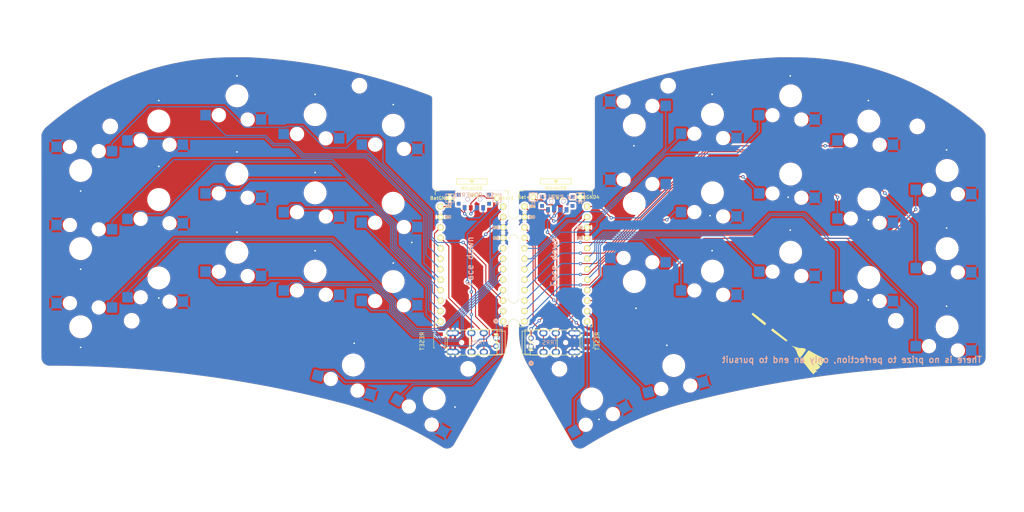
<source format=kicad_pcb>
(kicad_pcb (version 20241229) (generator "pcbnew") (generator_version "9.0")
  (layers (0 "F.Cu" signal) (2 "B.Cu" signal) (13 "F.Paste" user) (15 "B.Paste" user) (5 "F.SilkS" user "F.Silkscreen") (7 "B.SilkS" user "B.Silkscreen") (1 "F.Mask" user) (3 "B.Mask" user) (25 "Edge.Cuts" user))
  (net 0 "")
  (net 1 "BT+")
  (net 2 "gnd")
  (net 3 "vcc")
  (net 4 "Switch18")
  (net 5 "reset")
  (net 6 "Switch1")
  (net 7 "Switch2")
  (net 8 "Switch3")
  (net 9 "Switch4")
  (net 10 "Switch5")
  (net 11 "Switch6")
  (net 12 "Switch7")
  (net 13 "Switch8")
  (net 14 "Switch9")
  (net 15 "Switch10")
  (net 16 "Switch11")
  (net 17 "Switch12")
  (net 18 "Switch13")
  (net 19 "Switch14")
  (net 20 "Switch15")
  (net 21 "Switch16")
  (net 22 "Switch17")
  (net 23 "raw")
  (net 24 "BT+_r")
  (net 25 "Switch18_r")
  (net 26 "reset_r")
  (net 27 "Switch9_r")
  (net 28 "Switch10_r")
  (net 29 "Switch11_r")
  (net 30 "Switch12_r")
  (net 31 "Switch13_r")
  (net 32 "Switch14_r")
  (net 33 "Switch15_r")
  (net 34 "Switch16_r")
  (net 35 "Switch17_r")
  (net 36 "Switch1_r")
  (net 37 "Switch2_r")
  (net 38 "Switch3_r")
  (net 39 "Switch4_r")
  (net 40 "Switch5_r")
  (net 41 "Switch6_r")
  (net 42 "Switch7_r")
  (net 43 "Switch8_r")
  (footprint "kbd:1pin_conn" (layer "F.Cu") (at 146.190005 83.736002)
    (property "Reference" "Bat+r1")
    (property "Value" "MountingHole_Pad" (hide yes))
  )
  (footprint "kbd:1pin_conn" (layer "F.Cu") (at 134.760005 83.736002)
    (property "Reference" "BatGND1")
    (property "Value" "MountingHole_Pad" (hide yes))
  )
  (footprint "kbd:SW_SPST_B3U-1000P" (layer "F.Cu") (at 132.2 118.5 90)
    (property "Reference" "RSW1" (hide yes))
    (property "Value" "SW_Push")
  )
  (footprint "kbd:ProMicro_v3_min" (layer "F.Cu") (at 140.094 100.246)
    (property "Reference" "U1" (hide yes))
    (property "Value" "ProMicro-kbd" (hide yes))
  )
  (footprint "kbd:1pin_conn" (layer "F.Cu") (at 166.45984 83.482002)
    (property "Reference" "BatGND4")
    (property "Value" "MountingHole_Pad" (hide yes))
  )
  (footprint "kbd:SW_SPST_B3U-1000P" (layer "F.Cu") (at 168.3 118.5 90)
    (property "Reference" "RSW2" (hide yes))
    (property "Value" "SW_Push")
  )
  (footprint "kbd:1pin_conn" (layer "F.Cu") (at 155.02984 83.482002)
    (property "Reference" "Bat+1")
    (property "Value" "MountingHole_Pad" (hide yes))
  )
  (footprint "Kailh:ferris_broom" (layer "F.Cu") (at 215.84984 118.872 7)
    (property "Reference" "G***" (hide yes))
    (property "Value" "LOGO" (hide yes))
  )
  (footprint "kbd:ProMicro_v3_min" (layer "F.Cu") (at 160.51784 100.246)
    (property "Reference" "U2" (hide yes))
    (property "Value" "ProMicro-kbd" (hide yes))
  )
  (footprint "Duckyb-Parts:mouse-bite-5mm-slot-with-space-for-track" (layer "F.Cu") (at 150.241 90.678)
    (property "Reference" "mouse-bite-5mm-slot" (hide yes))
    (property "Value" "VAL**" (hide yes))
  )
  (footprint "Duckyb-Parts:mouse-bite-5mm-slot-with-space-for-track" (layer "F.Cu") (at 150.241 111.1885)
    (property "Reference" "mouse-bite-5mm-slot" (hide yes))
    (property "Value" "VAL**" (hide yes))
  )
  (footprint "duckyb-footprints:MountingHole_3.35mm" (layer "F.Cu") (at 112.776 56.388)
    (property "Reference" "Mounting 01" (hide yes))
    (property "Value" "MountingHole_3.35mm")
  )
  (footprint "duckyb-footprints:MountingHole_3.35mm" (layer "F.Cu") (at 52.197 66.294)
    (property "Reference" "Mounting 04" (hide yes))
    (property "Value" "MountingHole_3.35mm")
  )
  (footprint "" (layer "F.Cu") (at 57.404 113.538)
    (property "Reference" "")
    (property "Value" "")
  )
  (footprint "Kailh:TRRS-PJ-DPB2" (layer "F.Cu") (at 154.29784 118.83 90)
    (property "Reference" "J1")
    (property "Value" "AudioJack4dpb" (hide yes))
  )
  (footprint "duckyb-footprints:MountingHole_3.35mm" (layer "F.Cu") (at 139.192 125.222)
    (property "Reference" "Mounting 02" (hide yes))
    (property "Value" "MountingHole_3.35mm")
  )
  (footprint "other jst:CONN_S2B-PH-K-S_JST" (layer "F.Cu") (at 145.9473 117.7319 -90)
    (property "Reference" "REF**")
    (property "Value" "CONN_S2B-PH-K-S_JST")
  )
  (footprint "Kailh:TRRS-PJ-DPB2" (layer "F.Cu") (at 146.22 118.83 -90)
    (property "Reference" "J2")
    (property "Value" "AudioJack4dpb" (hide yes))
  )
  (footprint "duckyb-footprints:MountingHole_3.35mm" (layer "F.Cu") (at 57.404 113.538)
    (property "Reference" "Mounting 03" (hide yes))
    (property "Value" "MountingHole_3.35mm")
  )
  (footprint "Kailh:SPDT_C128955r" (layer "F.Cu") (at 160.87184 84.498)
    (property "Reference" "SW2")
    (property "Value" "SW_SPDT")
  )
  (footprint "Kailh:SPDT_C128955r" (layer "F.Cu") (at 140.602 83.99)
    (property "Reference" "SW2")
    (property "Value" "SW_SPDT")
  )
  (footprint "other jst:CONN_S2B-PH-K-S_JST" (layer "F.Cu") (at 154.5 119.7681 90)
    (property "Reference" "REF**")
    (property "Value" "CONN_S2B-PH-K-S_JST")
  )
  (footprint "Gateron_KS33_Hotswap:Gateron-KS33-Hotswap-1U" (layer "B.Cu") (at 45 77)
    (property "Reference" "SW2")
    (property "Value" "SW_Push")
  )
  (footprint "Gateron_KS33_Hotswap:Gateron-KS33-Hotswap-1U" (layer "B.Cu") (at 64 65 180)
    (property "Reference" "SW3")
    (property "Value" "SW_Push")
  )
  (footprint "Gateron_KS33_Hotswap:Gateron-KS33-Hotswap-1U" (layer "B.Cu") (at 83 58.86 180)
    (property "Reference" "SW4")
    (property "Value" "SW_Push")
  )
  (footprint "Gateron_KS33_Hotswap:Gateron-KS33-Hotswap-1U" (layer "B.Cu") (at 101.994 63.432 180)
    (property "Reference" "SW5")
    (property "Value" "SW_Push")
  )
  (footprint "Gateron_KS33_Hotswap:Gateron-KS33-Hotswap-1U" (layer "B.Cu") (at 121 66 180)
    (property "Reference" "SW6")
    (property "Value" "SW_Push")
  )
  (footprint "Gateron_KS33_Hotswap:Gateron-KS33-Hotswap-1U" (layer "B.Cu") (at 45 96)
    (property "Reference" "SW8")
    (property "Value" "SW_Push")
  )
  (footprint "Gateron_KS33_Hotswap:Gateron-KS33-Hotswap-1U" (layer "B.Cu") (at 64 84.074 180)
    (property "Reference" "SW9")
    (property "Value" "SW_Push")
  )
  (footprint "Gateron_KS33_Hotswap:Gateron-KS33-Hotswap-1U" (layer "B.Cu") (at 83 77.878 180)
    (property "Reference" "SW10")
    (property "Value" "SW_Push")
  )
  (footprint "Gateron_KS33_Hotswap:Gateron-KS33-Hotswap-1U" (layer "B.Cu") (at 102 82.45 180)
    (property "Reference" "SW11")
    (property "Value" "SW_Push")
  )
  (footprint "Gateron_KS33_Hotswap:Gateron-KS33-Hotswap-1U" (layer "B.Cu") (at 120.98 84.99 180)
    (property "Reference" "SW12")
    (property "Value" "SW_Push")
  )
  (footprint "Gateron_KS33_Hotswap:Gateron-KS33-Hotswap-1U" (layer "B.Cu") (at 45 115)
    (property "Reference" "SW14")
    (property "Value" "SW_Push")
  )
  (footprint "Gateron_KS33_Hotswap:Gateron-KS33-Hotswap-1U" (layer "B.Cu") (at 64.008 103.124 180)
    (property "Reference" "SW15")
    (property "Value" "SW_Push")
  )
  (footprint "Gateron_KS33_Hotswap:Gateron-KS33-Hotswap-1U" (layer "B.Cu") (at 83 96.896 180)
    (property "Reference" "SW16")
    (property "Value" "SW_Push")
  )
  (footprint "Gateron_KS33_Hotswap:Gateron-KS33-Hotswap-1U" (layer "B.Cu") (at 102 101.468 180)
    (property "Reference" "SW17")
    (property "Value" "SW_Push")
  )
  (footprint "Gateron_KS33_Hotswap:Gateron-KS33-Hotswap-1U" (layer "B.Cu") (at 111.272 124.288 165)
    (property "Reference" "SW20")
    (property "Value" "SW_Push")
  )
  (footprint "Gateron_KS33_Hotswap:Gateron-KS33-Hotswap-1U" (layer "B.Cu") (at 130.95 132.504 150)
    (property "Reference" "SW21")
    (property "Value" "SW_Push")
  )
  (footprint "Kailh:SPDT_C128955" (layer "B.Cu") (at 140.602 83.99 180)
    (property "Reference" "SW_POWERR1")
    (property "Value" "SW_SPDT")
  )
  (footprint "Gateron_KS33_Hotswap:Gateron-KS33-Hotswap-1U" (layer "B.Cu") (at 120.98 104.008 180)
    (property "Reference" "SW18")
    (property "Value" "SW_Push")
  )
  (footprint "Kailh:SPDT_C128955" (layer "B.Cu") (at 160.87184 84.498 180)
    (property "Reference" "SW_POWER1")
    (property "Value" "SW_SPDT")
  )
  (footprint "Gateron_KS33_Hotswap:Gateron-KS33-Hotswap-1U" (layer "B.Cu") (at 198.58584 82.418 180)
    (property "Reference" "SW10_r1")
    (property "Value" "SW_Push")
  )
  (footprint "Gateron_KS33_Hotswap:Gateron-KS33-Hotswap-1U" (layer "B.Cu") (at 255.63184 115 180)
    (property "Reference" "SW12_r1")
    (property "Value" "SW_Push")
  )
  (footprint "Gateron_KS33_Hotswap:Gateron-KS33-Hotswap-1U" (layer "B.Cu") (at 217.58784 96.896 180)
    (property "Reference" "SW14_r1")
    (property "Value" "SW_Push")
  )
  (footprint "Gateron_KS33_Hotswap:Gateron-KS33-Hotswap-1U" (layer "B.Cu") (at 198.58584 101.468 180)
    (property "Reference" "SW15_r1")
    (property "Value" "SW_Push")
  )
  (footprint "Gateron_KS33_Hotswap:Gateron-KS33-Hotswap-1U" (layer "B.Cu") (at 198.58584 63.368 180)
    (property "Reference" "SW5_r1")
    (property "Value" "SW_Push")
  )
  (footprint "Gateron_KS33_Hotswap:Gateron-KS33-Hotswap-1U" (layer "B.Cu") (at 236.61384 65 180)
    (property "Reference" "SW3_r1")
    (property "Value" "SW_Push")
  )
  (footprint "Gateron_KS33_Hotswap:Gateron-KS33-Hotswap-1U" (layer "B.Cu") (at 217.58784 58.86 180)
    (property "Reference" "SW4_r1")
    (property "Value" "SW_Push")
  )
  (footprint "Gateron_KS33_Hotswap:Gateron-KS33-Hotswap-1U" (layer "B.Cu") (at 236.61384 83.974 180)
    (property "Reference" "SW8_r1")
    (property "Value" "SW_Push")
  )
  (footprint "Gateron_KS33_Hotswap:Gateron-KS33-Hotswap-1U" (layer "B.Cu") (at 217.58784 77.878 180)
    (property "Reference" "SW9_r1")
    (property "Value" "SW_Push")
  )
  (footprint "Gateron_KS33_Hotswap:Gateron-KS33-Hotswap-1U" (layer "B.Cu") (at 236.61384 102.992 180)
    (property "Reference" "SW13_r1")
    (property "Value" "SW_Push")
  )
  (footprint "Gateron_KS33_Hotswap:Gateron-KS33-Hotswap-1U" (layer "B.Cu") (at 179.58584 84.99)
    (property "Reference" "SW11_r1")
    (property "Value" "SW_Push")
  )
  (footprint "Gateron_KS33_Hotswap:Gateron-KS33-Hotswap-1U" (layer "B.Cu") (at 255.63184 96 180)
    (property "Reference" "SW7_r1")
    (property "Value" "SW_Push")
  )
  (footprint "Gateron_KS33_Hotswap:Gateron-KS33-Hotswap-1U" (layer "B.Cu") (at 255.63184 77 180)
    (property "Reference" "SW2_r1")
    (property "Value" "SW_Push")
  )
  (footprint "Gateron_KS33_Hotswap:Gateron-KS33-Hotswap-1U" (layer "B.Cu") (at 179.58584 66)
    (property "Reference" "SW6_r1")
    (property "Value" "SW_Push")
  )
  (footprint "Gateron_KS33_Hotswap:Gateron-KS33-Hotswap-1U" (layer "B.Cu") (at 189.17984 124.41 -165)
    (property "Reference" "SW20")
    (property "Value" "SW_Push")
  )
  (footprint "Gateron_KS33_Hotswap:Gateron-KS33-Hotswap-1U" (layer "B.Cu") (at 179.58584 104.008)
    (property "Reference" "SW16_r1")
    (property "Value" "SW_Push")
  )
  (footprint "Gateron_KS33_Hotswap:Gateron-KS33-Hotswap-1U" (layer "B.Cu") (at 169.251 132.542 -150)
    (property "Reference" "SW21")
    (property "Value" "SW_Push")
  )
  (footprint "duckyb-footprints:MountingHole_3.35mm" (layer "B.Cu") (at 187.81184 56.388 180)
    (property "Reference" "Mounting 01" (hide yes))
    (property "Value" "MountingHole_3.35mm")
  )
  (footprint "duckyb-footprints:MountingHole_3.35mm" (layer "B.Cu") (at 161.39584 125.222 180)
    (property "Reference" "Mounting 02" (hide yes))
    (property "Value" "MountingHole_3.35mm")
  )
  (footprint "duckyb-footprints:MountingHole_3.35mm" (layer "B.Cu") (at 243.18384 113.538 180)
    (property "Reference" "Mounting 03" (hide yes))
    (property "Value" "MountingHole_3.35mm")
  )
  (footprint "" (layer "B.Cu") (at 217.58784 77.878 180)
    (property "Reference" "")
    (property "Value" "")
  )
  (footprint "duckyb-footprints:MountingHole_3.35mm" (layer "B.Cu") (at 248.39084 66.294 180)
    (property "Reference" "Mounting 04" (hide yes))
    (property "Value" "MountingHole_3.35mm")
  )
  (gr_arc (start 148.162 81.866) (mid 148.69233 82.08567) (end 148.912 82.616) (stroke (width 0.05)) (layer "Edge.Cuts"))
  (gr_line (start 148.912 93.218) (end 148.912 101.262) (stroke (width 0.05)) (layer "Edge.Cuts"))
  (gr_line (start 131.458 81.868917) (end 148.162 81.866) (stroke (width 0.05)) (layer "Edge.Cuts"))
  (gr_line (start 147.161679 123.613657) (end 135.71 143.699265) (stroke (width 0.05)) (layer "Edge.Cuts"))
  (gr_arc (start 148.924 116.248) (mid 148.462831 120.031316) (end 147.161679 123.613657) (stroke (width 0.05)) (layer "Edge.Cuts"))
  (gr_line (start 148.912 82.616) (end 148.924 88.11) (stroke (width 0.05)) (layer "Edge.Cuts"))
  (gr_line (start 149.2885 88.11) (end 148.924 88.11) (stroke (width 0.05)) (layer "Edge.Cuts"))
  (gr_line (start 149.2885 93.218) (end 148.912 93.218) (stroke (width 0.05)) (layer "Edge.Cuts"))
  (gr_line (start 149.2885 108.628) (end 148.924 108.628) (stroke (width 0.05)) (layer "Edge.Cuts"))
  (gr_line (start 149.2885 113.7285) (end 148.912 113.7285) (stroke (width 0.05)) (layer "Edge.Cuts"))
  (gr_line (start 148.912 101.262) (end 148.924 108.628) (stroke (width 0.05)) (layer "Edge.Cuts"))
  (gr_line (start 148.912 113.7285) (end 148.924 116.248) (stroke (width 0.05)) (layer "Edge.Cuts"))
  (gr_arc (start 131.458 81.868917) (mid 130.750893 81.576024) (end 130.458 80.868917) (stroke (width 0.05)) (layer "Edge.Cuts"))
  (gr_line (start 130.458 80.868917) (end 130.463 59.473) (stroke (width 0.05)) (layer "Edge.Cuts"))
  (gr_arc (start 35.465859 68.23732) (mid 36.022742 67.119147) (end 36.893 66.223) (stroke (width 0.05)) (layer "Edge.Cuts"))
  (gr_arc (start 85.843227 49.463504) (mid 108.303644 52.385453) (end 130.028245 58.79247) (stroke (width 0.05)) (layer "Edge.Cuts"))
  (gr_line (start 37.768 124.474571) (end 37.493002 124.473917) (stroke (width 0.05)) (layer "Edge.Cuts"))
  (gr_arc (start 107.797707 133.384137) (mid 120.821222 137.841207) (end 132.978 144.298) (stroke (width 0.05)) (layer "Edge.Cuts"))
  (gr_arc (start 37.768 124.474571) (mid 73.062876 126.72836) (end 107.797707 133.384137) (stroke (width 0.05)) (layer "Edge.Cuts"))
  (gr_arc (start 37.493002 124.473917) (mid 36.080534 123.924716) (end 35.458001 122.542999) (stroke (width 0.05)) (layer "Edge.Cuts"))
  (gr_arc (start 135.71 143.699265) (mid 134.468995 144.56898) (end 132.978 144.298) (stroke (width 0.05)) (layer "Edge.Cuts"))
  (gr_arc (start 130.028245 58.79247) (mid 130.345034 59.069226) (end 130.463 59.473) (stroke (width 0.05)) (layer "Edge.Cuts"))
  (gr_line (start 35.465859 68.23732) (end 35.458001 122.542999) (stroke (width 0.05)) (layer "Edge.Cuts"))
  (gr_line (start 85.843227 49.463504) (end 81.868 49.468) (stroke (width 0.05)) (layer "Edge.Cuts"))
  (gr_arc (start 36.893 66.223) (mid 57.870705 53.792798) (end 81.868 49.468) (stroke (width 0.05)) (layer "Edge.Cuts"))
  (gr_line (start 168.99984 81.868917) (end 152.29584 81.866) (stroke (width 0.05)) (layer "Edge.Cuts"))
  (gr_line (start 151.54584 113.7285) (end 151.53384 116.248) (stroke (width 0.05)) (layer "Edge.Cuts"))
  (gr_line (start 153.280536 123.57215) (end 164.74784 143.699265) (stroke (width 0.05)) (layer "Edge.Cuts"))
  (gr_line (start 264.991981 68.23732) (end 264.999839 122.542999) (stroke (width 0.05)) (layer "Edge.Cuts"))
  (gr_line (start 214.614716 49.465561) (end 218.58984 49.468) (stroke (width 0.05)) (layer "Edge.Cuts"))
  (gr_line (start 151.54584 101.262) (end 151.53384 108.628) (stroke (width 0.05)) (layer "Edge.Cuts"))
  (gr_arc (start 151.54584 82.616) (mid 151.76551 82.08567) (end 152.29584 81.866) (stroke (width 0.05)) (layer "Edge.Cuts"))
  (gr_line (start 151.54584 93.218) (end 151.54584 101.262) (stroke (width 0.05)) (layer "Edge.Cuts"))
  (gr_arc (start 167.47984 144.298) (mid 179.636498 137.840747) (end 192.659669 133.38233) (stroke (width 0.05)) (layer "Edge.Cuts"))
  (gr_arc (start 218.58984 49.468) (mid 242.587135 53.792799) (end 263.56484 66.223) (stroke (width 0.05)) (layer "Edge.Cuts"))
  (gr_arc (start 192.659669 133.38233) (mid 227.394847 126.727903) (end 262.68984 124.474571) (stroke (width 0.05)) (layer "Edge.Cuts"))
  (gr_arc (start 167.47984 144.298) (mid 165.988845 144.56898) (end 164.74784 143.699265) (stroke (width 0.05)) (layer "Edge.Cuts"))
  (gr_arc (start 153.280536 123.57215) (mid 151.990927 120.009347) (end 151.53384 116.248) (stroke (width 0.05)) (layer "Edge.Cuts"))
  (gr_line (start 151.54584 82.616) (end 151.53384 88.11) (stroke (width 0.05)) (layer "Edge.Cuts"))
  (gr_arc (start 169.99984 80.868917) (mid 169.706947 81.576024) (end 168.99984 81.868917) (stroke (width 0.05)) (layer "Edge.Cuts"))
  (gr_line (start 169.99984 80.868917) (end 169.99484 59.473) (stroke (width 0.05)) (layer "Edge.Cuts"))
  (gr_arc (start 263.56484 66.223) (mid 264.435098 67.119147) (end 264.991981 68.23732) (stroke (width 0.05)) (layer "Edge.Cuts"))
  (gr_arc (start 170.429595 58.79247) (mid 192.154223 52.385977) (end 214.614716 49.465561) (stroke (width 0.05)) (layer "Edge.Cuts"))
  (gr_line (start 262.68984 124.474571) (end 262.964838 124.473917) (stroke (width 0.05)) (layer "Edge.Cuts"))
  (gr_arc (start 264.999839 122.542999) (mid 264.377307 123.924717) (end 262.964838 124.473917) (stroke (width 0.05)) (layer "Edge.Cuts"))
  (gr_arc (start 169.99484 59.473) (mid 170.112806 59.069226) (end 170.429595 58.79247) (stroke (width 0.05)) (layer "Edge.Cuts"))
  (gr_line (start 151.53384 88.11) (end 151.1935 88.11) (stroke (width 0.05)) (layer "Edge.Cuts"))
  (gr_line (start 151.54584 93.218) (end 151.1935 93.218) (stroke (width 0.05)) (layer "Edge.Cuts"))
  (gr_arc (start 149.288501 113.7285) (mid 150.241 113.083627) (end 151.193499 113.728501) (stroke (width 0.05)) (layer "Edge.Cuts"))
  (gr_line (start 151.53384 108.628) (end 151.1935 108.628) (stroke (width 0.05)) (layer "Edge.Cuts"))
  (gr_arc (start 149.288501 93.218) (mid 150.241 92.573127) (end 151.193499 93.218001) (stroke (width 0.05)) (layer "Edge.Cuts"))
  (gr_line (start 151.54584 113.7285) (end 151.1935 113.7285) (stroke (width 0.05)) (layer "Edge.Cuts"))
  (gr_arc (start 151.193499 108.628) (mid 150.241 109.285937) (end 149.288501 108.627999) (stroke (width 0.05)) (layer "Edge.Cuts"))
  (gr_arc (start 151.193499 88.11) (mid 150.241 88.772807) (end 149.288501 88.109999) (stroke (width 0.05)) (layer "Edge.Cuts"))
  (gr_text "Face down" (at 160.10984 99.23 90) (layer "B.SilkS") (effects (font (size 1.5 1.5) (thickness 0.3))))
  (gr_text "There is no prize to perfection, only an end to pursuit" (at 232.5 123 0) (layer "B.SilkS") (effects (font (size 1.5 1.5) (thickness 0.3)) (justify mirror)))
  (gr_text "Face down" (at 139.7 99.06 90) (layer "B.SilkS") (effects (font (size 1.5 1.5) (thickness 0.3))))
  (segment (start 158.381843 85.323001) (end 157.231843 84.173001) (width 0.25) (layer "F.Cu") (net 1))
  (segment (start 157.231843 84.173001) (end 155.720841 84.173001) (width 0.25) (layer "F.Cu") (net 1))
  (segment (start 155.720841 84.173001) (end 155.02984 83.482) (width 0.25) (layer "F.Cu") (net 1))
  (segment (start 160.10984 86.585) (end 160.12184 86.573) (width 0.25) (layer "F.Cu") (net 1))
  (segment (start 160.12184 85.698) (end 159.746841 85.323001) (width 0.25) (layer "F.Cu") (net 1))
  (segment (start 159.746841 85.323001) (end 158.381843 85.323001) (width 0.25) (layer "F.Cu") (net 1))
  (segment (start 160.10984 88.054) (end 160.10984 86.585) (width 0.25) (layer "F.Cu") (net 1))
  (segment (start 160.12184 86.573) (end 160.12184 85.698) (width 0.25) (layer "F.Cu") (net 1))
  (segment (start 158.5 92) (end 160.746 94.246) (width 0.25) (layer "F.Cu") (net 1))
  (segment (start 160.746 94.246) (end 160.746 109.254) (width 0.25) (layer "F.Cu") (net 1))
  (segment (start 154.5 117.768099) (end 154.5 115.5) (width 0.25) (layer "F.Cu") (net 1))
  (segment (start 160.746 109.254) (end 156.5 113.5) (width 0.25) (layer "F.Cu") (net 1))
  (via (at 160.10984 88.054) (size 0.8) (drill 0.4) (layers "F.Cu" "B.Cu") (net 1))
  (via (at 156.5 113.5) (size 0.8) (drill 0.4) (layers "F.Cu" "B.Cu") (net 1))
  (via (at 154.5 115.5) (size 0.8) (drill 0.4) (layers "F.Cu" "B.Cu") (net 1))
  (via (at 158.5 92) (size 0.8) (drill 0.4) (layers "F.Cu" "B.Cu") (net 1))
  (segment (start 158.5 92) (end 158.5 89.5) (width 0.25) (layer "B.Cu") (net 1))
  (segment (start 160.14084 88.054) (end 161.62184 86.573) (width 0.25) (layer "B.Cu") (net 1))
  (segment (start 154.5 115.5) (end 156.5 113.5) (width 0.25) (layer "B.Cu") (net 1))
  (segment (start 159.946 88.054) (end 160.10984 88.054) (width 0.25) (layer "B.Cu") (net 1))
  (segment (start 158.5 89.5) (end 159.946 88.054) (width 0.25) (layer "B.Cu") (net 1))
  (segment (start 160.10984 88.054) (end 160.14084 88.054) (width 0.25) (layer "B.Cu") (net 1))
  (via (at 64 60) (size 0.8) (drill 0.4) (layers "F.Cu" "B.Cu") (net 2))
  (via (at 136 134.5) (size 0.8) (drill 0.4) (layers "F.Cu" "B.Cu") (net 2))
  (via (at 198.5 96.5) (size 0.8) (drill 0.4) (layers "F.Cu" "B.Cu") (net 2))
  (via (at 217 83.5) (size 0.8) (drill 0.4) (layers "F.Cu" "B.Cu") (net 2))
  (via (at 217.5 91.5) (size 0.8) (drill 0.4) (layers "F.Cu" "B.Cu") (net 2))
  (via (at 255.5 91) (size 0.8) (drill 0.4) (layers "F.Cu" "B.Cu") (net 2))
  (via (at 198.5 58.5) (size 0.8) (drill 0.4) (layers "F.Cu" "B.Cu") (net 2))
  (via (at 45 120) (size 0.8) (drill 0.4) (layers "F.Cu" "B.Cu") (net 2))
  (via (at 121 61) (size 0.8) (drill 0.4) (layers "F.Cu" "B.Cu") (net 2))
  (via (at 255.5 110) (size 0.8) (drill 0.4) (layers "F.Cu" "B.Cu") (net 2))
  (via (at 45 82) (size 0.8) (drill 0.4) (layers "F.Cu" "B.Cu") (net 2))
  (via (at 45 101) (size 0.8) (drill 0.4) (layers "F.Cu" "B.Cu") (net 2))
  (via (at 83 92) (size 0.8) (drill 0.4) (layers "F.Cu" "B.Cu") (net 2))
  (via (at 121 99.5) (size 0.8) (drill 0.4) (layers "F.Cu" "B.Cu") (net 2))
  (via (at 187.5 119.5) (size 0.8) (drill 0.4) (layers "F.Cu" "B.Cu") (net 2))
  (via (at 64 108) (size 0.8) (drill 0.4) (layers "F.Cu" "B.Cu") (net 2))
  (via (at 83 54) (size 0.8) (drill 0.4) (layers "F.Cu" "B.Cu") (net 2))
  (via (at 255.5 72) (size 0.8) (drill 0.4) (layers "F.Cu" "B.Cu") (net 2))
  (via (at 125.5 94.5) (size 0.8) (drill 0.4) (layers "F.Cu" "B.Cu") (net 2))
  (via (at 171 137.5) (size 0.8) (drill 0.4) (layers "F.Cu" "B.Cu") (net 2))
  (via (at 102 96.5) (size 0.8) (drill 0.4) (layers "F.Cu" "B.Cu") (net 2))
  (via (at 198 88) (size 0.8) (drill 0.4) (layers "F.Cu" "B.Cu") (net 2))
  (via (at 64 76) (size 0.8) (drill 0.4) (layers "F.Cu" "B.Cu") (net 2))
  (via (at 180 110.5) (size 0.8) (drill 0.4) (layers "F.Cu" "B.Cu") (net 2))
  (via (at 236.5 108.5) (size 0.8) (drill 0.4) (layers "F.Cu" "B.Cu") (net 2))
  (via (at 179.5 71) (size 0.8) (drill 0.4) (layers "F.Cu" "B.Cu") (net 2))
  (via (at 102 77.5) (size 0.8) (drill 0.4) (layers "F.Cu" "B.Cu") (net 2))
  (via (at 83 72.5) (size 0.8) (drill 0.4) (layers "F.Cu" "B.Cu") (net 2))
  (via (at 236.5 60) (size 0.8) (drill 0.4) (layers "F.Cu" "B.Cu") (net 2))
  (via (at 217.5 54) (size 0.8) (drill 0.4) (layers "F.Cu" "B.Cu") (net 2))
  (via (at 236.5 89) (size 0.8) (drill 0.4) (layers "F.Cu" "B.Cu") (net 2))
  (via (at 111.5 119) (size 0.8) (drill 0.4) (layers "F.Cu" "B.Cu") (net 2))
  (via (at 102 58.5) (size 0.8) (drill 0.4) (layers "F.Cu" "B.Cu") (net 2))
  (segment (start 142.99 116.496) (end 134.5 108.006) (width 0.25) (layer "F.Cu") (net 3))
  (segment (start 155 114.03216) (end 155 95.47876) (width 0.25) (layer "F.Cu") (net 3))
  (segment (start 155 95.47876) (end 152.90924 93.388) (width 0.25) (layer "F.Cu") (net 3))
  (segment (start 143.01 121.126) (end 143.01 116.516) (width 0.25) (layer "F.Cu") (net 3))
  (segment (start 157.51784 116.55) (end 157.49784 116.53) (width 0.25) (layer "F.Cu") (net 3))
  (segment (start 157.51784 121.16) (end 157.51784 116.55) (width 0.25) (layer "F.Cu") (net 3))
  (segment (start 157.49784 116.53) (end 155 114.03216) (width 0.25) (layer "F.Cu") (net 3))
  (segment (start 134.5 95.4026) (end 132.4854 93.388) (width 0.25) (layer "F.Cu") (net 3))
  (segment (start 134.5 108.006) (end 134.5 95.4026) (width 0.25) (layer "F.Cu") (net 3))
  (segment (start 143.01 116.516) (end 142.99 116.496) (width 0.25) (layer "F.Cu") (net 3))
  (segment (start 144.5134 91.5) (end 147.7054 88.308) (width 0.25) (layer "F.Cu") (net 4))
  (segment (start 144.5 91.5) (end 144.5134 91.5) (width 0.25) (layer "F.Cu") (net 4))
  (segment (start 140.01 121.126) (end 140.01 116.516) (width 0.25) (layer "F.Cu") (net 4))
  (segment (start 140 112) (end 140 106.5) (width 0.25) (layer "F.Cu") (net 4))
  (segment (start 140.01 116.516) (end 139.99 116.496) (width 0.25) (layer "F.Cu") (net 4))
  (segment (start 143.5 92.5) (end 144.5 91.5) (width 0.25) (layer "F.Cu") (net 4))
  (via (at 140 112) (size 0.8) (drill 0.4) (layers "F.Cu" "B.Cu") (net 4))
  (via (at 143.5 92.5) (size 0.8) (drill 0.4) (layers "F.Cu" "B.Cu") (net 4))
  (via (at 140 106.5) (size 0.8) (drill 0.4) (layers "F.Cu" "B.Cu") (net 4))
  (segment (start 139.99 112.01) (end 140 112) (width 0.25) (layer "B.Cu") (net 4))
  (segment (start 140 96) (end 143.5 92.5) (width 0.25) (layer "B.Cu") (net 4))
  (segment (start 140 106.5) (end 140 99.5) (width 0.25) (layer "B.Cu") (net 4))
  (segment (start 140 99.5) (end 140 96) (width 0.25) (layer "B.Cu") (net 4))
  (segment (start 139.99 116.496) (end 139.99 112.01) (width 0.25) (layer "B.Cu") (net 4))
  (segment (start 131 92.3334) (end 131 115.6) (width 0.25) (layer "F.Cu") (net 5))
  (segment (start 131 115.6) (end 132.2 116.8) (width 0.25) (layer "F.Cu") (net 5))
  (segment (start 132.4854 90.848) (end 131 92.3334) (width 0.25) (layer "F.Cu") (net 5))
  (segment (start 143.5 104.4226) (end 147.7054 108.628) (width 0.25) (layer "F.Cu") (net 6))
  (segment (start 143.5 100) (end 143.5 104.4226) (width 0.25) (layer "F.Cu") (net 6))
  (segment (start 138 94.5) (end 143.5 100) (width 0.25) (layer "F.Cu") (net 6))
  (via (at 138 94.5) (size 0.8) (drill 0.4) (layers "F.Cu" "B.Cu") (net 6))
  (segment (start 112.339082 68.824) (end 109.663082 71.5) (width 0.25) (layer "B.Cu") (net 6))
  (segment (start 52.6375 70.525582) (end 52.6375 72.3) (width 0.25) (layer "B.Cu") (net 6))
  (segment (start 118.476 75.17569) (end 118.476 69.922935) (width 0.25) (layer "B.Cu") (net 6))
  (segment (start 109.663082 71.5) (end 104.258935 71.5) (width 0.25) (layer "B.Cu") (net 6))
  (segment (start 117.377065 68.824) (end 112.339082 68.824) (width 0.25) (layer "B.Cu") (net 6))
  (segment (start 84.836935 66.5) (end 79.836935 61.5) (width 0.25) (layer "B.Cu") (net 6))
  (segment (start 79.836935 61.5) (end 61.663082 61.5) (width 0.25) (layer "B.Cu") (net 6))
  (segment (start 118.476 69.922935) (end 117.377065 68.824) (width 0.25) (layer "B.Cu") (net 6))
  (segment (start 99.014935 66.256) (end 95.275 66.256) (width 0.25) (layer "B.Cu") (net 6))
  (segment (start 95.031 66.5) (end 84.836935 66.5) (width 0.25) (layer "B.Cu") (net 6))
  (segment (start 138 94.5) (end 131.69521 94.5) (width 0.25) (layer "B.Cu") (net 6))
  (segment (start 61.663082 61.5) (end 52.6375 70.525582) (width 0.25) (layer "B.Cu") (net 6))
  (segment (start 95.275 66.256) (end 95.031 66.5) (width 0.25) (layer "B.Cu") (net 6))
  (segment (start 104.258935 71.5) (end 99.014935 66.256) (width 0.25) (layer "B.Cu") (net 6))
  (segment (start 131.69521 94.5) (end 130.402 93.20679) (width 0.25) (layer "B.Cu") (net 6))
  (segment (start 130.402 87.10169) (end 118.476 75.17569) (width 0.25) (layer "B.Cu") (net 6))
  (segment (start 130.402 93.20679) (end 130.402 87.10169) (width 0.25) (layer "B.Cu") (net 6))
  (segment (start 67.377065 68.874) (end 61.427065 68.874) (width 0.25) (layer "B.Cu") (net 7))
  (segment (start 91.81319 70.951) (end 89.81319 68.951) (width 0.25) (layer "B.Cu") (net 7))
  (segment (start 114.402 73.902) (end 98.85088 73.902) (width 0.25) (layer "B.Cu") (net 7))
  (segment (start 128.451 99.5136) (end 128.451 87.951) (width 0.25) (layer "B.Cu") (net 7))
  (segment (start 67.454065 68.951) (end 67.377065 68.874) (width 0.25) (layer "B.Cu") (net 7))
  (segment (start 132.4854 103.548) (end 128.451 99.5136) (width 0.25) (layer "B.Cu") (net 7))
  (segment (start 58.2385 67.824) (end 56.3625 69.7) (width 0.25) (layer "B.Cu") (net 7))
  (segment (start 95.89988 70.951) (end 91.81319 70.951) (width 0.25) (layer "B.Cu") (net 7))
  (segment (start 98.85088 73.902) (end 95.89988 70.951) (width 0.25) (layer "B.Cu") (net 7))
  (segment (start 128.451 87.951) (end 114.402 73.902) (width 0.25) (layer "B.Cu") (net 7))
  (segment (start 89.81319 68.951) (end 67.454065 68.951) (width 0.25) (layer "B.Cu") (net 7))
  (segment (start 61.427065 68.874) (end 60.377065 67.824) (width 0.25) (layer "B.Cu") (net 7))
  (segment (start 60.377065 67.824) (end 58.2385 67.824) (width 0.25) (layer "B.Cu") (net 7))
  (segment (start 114.58881 73.451) (end 99.03769 73.451) (width 0.25) (layer "B.Cu") (net 8))
  (segment (start 128.951 97.4736) (end 128.951 87.81319) (width 0.25) (layer "B.Cu") (net 8))
  (segment (start 99.03769 73.451) (end 96.08669 70.5) (width 0.25) (layer "B.Cu") (net 8))
  (segment (start 80.3025 68.5) (end 75.3625 63.56) (width 0.25) (layer "B.Cu") (net 8))
  (segment (start 90 68.5) (end 80.3025 68.5) (width 0.25) (layer "B.Cu") (net 8))
  (segment (start 128.951 87.81319) (end 114.58881 73.451) (width 0.25) (layer "B.Cu") (net 8))
  (segment (start 96.08669 70.5) (end 92 70.5) (width 0.25) (layer "B.Cu") (net 8))
  (segment (start 132.4854 101.008) (end 128.951 97.4736) (width 0.25) (layer "B.Cu") (net 8))
  (segment (start 92 70.5) (end 90 68.5) (width 0.25) (layer "B.Cu") (net 8))
  (segment (start 99.2245 73) (end 94.3565 68.132) (width 0.25) (layer "B.Cu") (net 9))
  (segment (start 129.5 87.47531) (end 115.02469 73) (width 0.25) (layer "B.Cu") (net 9))
  (segment (start 132.4854 98.468) (end 129.5 95.4826) (width 0.25) (layer "B.Cu") (net 9))
  (segment (start 115.02469 73) (end 99.2245 73) (width 0.25) (layer "B.Cu") (net 9))
  (segment (start 129.5 95.4826) (end 129.5 87.47531) (width 0.25) (layer "B.Cu") (net 9))
  (segment (start 129.951 87.2885) (end 113.3625 70.7) (width 0.25) (layer "B.Cu") (net 10))
  (segment (start 129.951 93.3936) (end 129.951 87.2885) (width 0.25) (layer "B.Cu") (net 10))
  (segment (start 132.4854 95.928) (end 129.951 93.3936) (width 0.25) (layer "B.Cu") (net 10))
  (segment (start 67.647 74.353) (end 52.6375 89.3625) (width 0.25) (layer "B.Cu") (net 11))
  (segment (start 121.704 89.851989) (end 106.205011 74.353) (width 0.25) (layer "B.Cu") (net 11))
  (segment (start 121.704 95.3066) (end 121.704 89.851989) (width 0.25) (layer "B.Cu") (net 11))
  (segment (start 132.4854 106.088) (end 121.704 95.3066) (width 0.25) (layer "B.Cu") (net 11))
  (segment (start 52.6375 89.3625) (end 52.6375 91.3) (width 0.25) (layer "B.Cu") (net 11))
  (segment (start 106.205011 74.353) (end 67.647 74.353) (width 0.25) (layer "B.Cu") (net 11))
  (segment (start 132.4854 108.333172) (end 132.4854 108.628) (width 0.25) (layer "F.Cu") (net 12))
  (segment (start 132.4854 108.628) (end 130.5 106.6426) (width 0.25) (layer "B.Cu") (net 12))
  (segment (start 60.377065 86.898) (end 58.2385 86.898) (width 0.25) (layer "B.Cu") (net 12))
  (segment (start 58.2385 86.898) (end 56.3625 88.774) (width 0.25) (layer "B.Cu") (net 12))
  (segment (start 121.253 90.038799) (end 106.166201 74.952) (width 0.25) (layer "B.Cu") (net 12))
  (segment (start 130.5 106.6426) (end 130.5 104.74041) (width 0.25) (layer "B.Cu") (net 12))
  (segment (start 64.701522 87.510467) (end 60.989532 87.510467) (width 0.25) (layer "B.Cu") (net 12))
  (segment (start 77.259989 74.952) (end 64.701522 87.510467) (width 0.25) (layer "B.Cu") (net 12))
  (segment (start 130.5 104.74041) (end 121.253 95.49341) (width 0.25) (layer "B.Cu") (net 12))
  (segment (start 60.989532 87.510467) (end 60.377065 86.898) (width 0.25) (layer "B.Cu") (net 12))
  (segment (start 106.166201 74.952) (end 77.259989 74.952) (width 0.25) (layer "B.Cu") (net 12))
  (segment (start 121.253 95.49341) (end 121.253 90.038799) (width 0.25) (layer "B.Cu") (net 12))
  (segment (start 80.175065 81.5) (end 79.377065 80.702) (width 0.25) (layer "B.Cu") (net 13))
  (segment (start 79.377065 80.702) (end 77.2385 80.702) (width 0.25) (layer "B.Cu") (net 13))
  (segment (start 109.66638 79.089989) (end 85.926 79.089989) (width 0.25) (layer "B.Cu") (net 13))
  (segment (start 83.515989 81.5) (end 80.175065 81.5) (width 0.25) (layer "B.Cu") (net 13))
  (segment (start 130.049 108.7316) (end 130.049 104.92722) (width 0.25) (layer "B.Cu") (net 13))
  (segment (start 132.4854 111.168) (end 130.049 108.7316) (width 0.25) (layer "B.Cu") (net 13))
  (segment (start 85.926 79.089989) (end 83.515989 81.5) (width 0.25) (layer "B.Cu") (net 13))
  (segment (start 77.2385 80.702) (end 75.3625 82.578) (width 0.25) (layer "B.Cu") (net 13))
  (segment (start 120.802 90.225609) (end 109.66638 79.089989) (width 0.25) (layer "B.Cu") (net 13))
  (segment (start 120.802 95.68022) (end 120.802 90.225609) (width 0.25) (layer "B.Cu") (net 13))
  (segment (start 130.049 104.92722) (end 120.802 95.68022) (width 0.25) (layer "B.Cu") (net 13))
  (segment (start 98.377065 85.274) (end 96.2385 85.274) (width 0.25) (layer "B.Cu") (net 14))
  (segment (start 116.262581 86.324) (end 99.427065 86.324) (width 0.25) (layer "B.Cu") (net 14))
  (segment (start 96.2385 85.274) (end 94.3625 87.15) (width 0.25) (layer "B.Cu") (net 14))
  (segment (start 120.351 95.86703) (end 120.351 90.412419) (width 0.25) (layer "B.Cu") (net 14))
  (segment (start 129.598 105.11403) (end 120.351 95.86703) (width 0.25) (layer "B.Cu") (net 14))
  (segment (start 99.427065 86.324) (end 98.377065 85.274) (width 0.25) (layer "B.Cu") (net 14))
  (segment (start 132.4854 113.708) (end 129.598 110.8206) (width 0.25) (layer "B.Cu") (net 14))
  (segment (start 129.598 110.8206) (end 129.598 105.11403) (width 0.25) (layer "B.Cu") (net 14))
  (segment (start 120.351 90.412419) (end 116.262581 86.324) (width 0.25) (layer "B.Cu") (net 14))
  (segment (start 113.3425 89.69) (end 129 105.3475) (width 0.25) (layer "B.Cu") (net 15))
  (segment (start 132 115) (end 133 115) (width 0.25) (layer "B.Cu") (net 15))
  (segment (start 129 112) (end 132 115) (width 0.25) (layer "B.Cu") (net 15))
  (segment (start 129 105.3475) (end 129 112) (width 0.25) (layer "B.Cu") (net 15))
  (segment (start 133 115) (end 144.549 103.451) (width 0.25) (layer "B.Cu") (net 15))
  (segment (start 144.549 88.9244) (end 147.7054 85.768) (width 0.25) (layer "B.Cu") (net 15))
  (segment (start 144.549 103.451) (end 144.549 88.9244) (width 0.25) (layer "B.Cu") (net 15))
  (segment (start 133.18681 115.451) (end 145 103.63781) (width 0.25) (layer "B.Cu") (net 16))
  (segment (start 52.6375 108.657582) (end 52.6375 110.3) (width 0.25) (layer "B.Cu") (net 16))
  (segment (start 145 98.6334) (end 145 103.63781) (width 0.25) (layer "B.Cu") (net 16))
  (segment (start 121.5 108.665989) (end 106.334011 93.5) (width 0.25) (layer "B.Cu") (net 16))
  (segment (start 126.619934 115.451) (end 133.18681 115.451) (width 0.25) (layer "B.Cu") (net 16))
  (segment (start 125.834467 114.665533) (end 126.619934 115.451) (width 0.25) (layer "B.Cu") (net 16))
  (segment (start 125.834467 114.665533) (end 121.5 110.331065) (width 0.25) (layer "B.Cu") (net 16))
  (segment (start 67.795082 93.5) (end 52.6375 108.657582) (width 0.25) (layer "B.Cu") (net 16))
  (segment (start 106.334011 93.5) (end 67.795082 93.5) (width 0.25) (layer "B.Cu") (net 16))
  (segment (start 147.7054 95.928) (end 145 98.6334) (width 0.25) (layer "B.Cu") (net 16))
  (segment (start 121.5 110.331065) (end 121.5 108.665989) (width 0.25) (layer "B.Cu") (net 16))
  (segment (start 126.402 115.902) (end 133.37362 115.902) (width 0.25) (layer "B.Cu") (net 17))
  (segment (start 121.049 108.852799) (end 121.049 110.549) (width 0.25) (layer "B.Cu") (net 17))
  (segment (start 126 115.5) (end 126.402 115.902) (width 0.25) (layer "B.Cu") (net 17))
  (segment (start 68.9495 93.97) (end 106.166201 93.97) (width 0.25) (layer "B.Cu") (net 17))
  (segment (start 121.049 110.549) (end 126 115.5) (width 0.25) (layer "B.Cu") (net 17))
  (segment (start 56.3705 107.824) (end 56.3705 106.549) (width 0.25) (layer "B.Cu") (net 17))
  (segment (start 56.3705 106.549) (end 68.9495 93.97) (width 0.25) (layer "B.Cu") (net 17))
  (segment (start 106.166201 93.97) (end 121.049 108.852799) (width 0.25) (layer "B.Cu") (net 17))
  (segment (start 145.5 103.77562) (end 145.5 100.6734) (width 0.25) (layer "B.Cu") (net 17))
  (segment (start 133.37362 115.902) (end 145.5 103.77562) (width 0.25) (layer "B.Cu") (net 17))
  (segment (start 145.5 100.6734) (end 147.7054 98.468) (width 0.25) (layer "B.Cu") (net 17))
  (segment (start 147.206 101.008) (end 147.7054 101.008) (width 0.25) (layer "F.Cu") (net 18))
  (segment (start 136.56319 118.049) (end 137.549 117.06319) (width 0.25) (layer "B.Cu") (net 18))
  (segment (start 120.598 110.73581) (end 126.21519 116.353) (width 0.25) (layer "B.Cu") (net 18))
  (segment (start 75.3625 101.596) (end 78.2885 104.522) (width 0.25) (layer "B.Cu") (net 18))
  (segment (start 146 102.7134) (end 147.7054 101.008) (width 0.25) (layer "B.Cu") (net 18))
  (segment (start 131.37862 116.353) (end 133.07462 118.049) (width 0.25) (layer "B.Cu") (net 18))
  (segment (start 98.222875 103.5) (end 99.229342 104.506467) (width 0.25) (layer "B.Cu") (net 18))
  (segment (start 133.07462 118.049) (end 136.56319 118.049) (width 0.25) (layer "B.Cu") (net 18))
  (segment (start 89.978 104.522) (end 91 103.5) (width 0.25) (layer "B.Cu") (net 18))
  (segment (start 120.598 109.039609) (end 120.598 110.73581) (width 0.25) (layer "B.Cu") (net 18))
  (segment (start 146 103.91343) (end 146 102.7134) (width 0.25) (layer "B.Cu") (net 18))
  (segment (start 91 103.5) (end 98.222875 103.5) (width 0.25) (layer "B.Cu") (net 18))
  (segment (start 116.064858 104.506467) (end 120.598 109.039609) (width 0.25) (layer "B.Cu") (net 18))
  (segment (start 78.2885 104.522) (end 89.978 104.522) (width 0.25) (layer "B.Cu") (net 18))
  (segment (start 137.549 112.36443) (end 146 103.91343) (width 0.25) (layer "B.Cu") (net 18))
  (segment (start 126.21519 116.353) (end 131.37862 116.353) (width 0.25) (layer "B.Cu") (net 18))
  (segment (start 137.549 117.06319) (end 137.549 112.36443) (width 0.25) (layer "B.Cu") (net 18))
  (segment (start 99.229342 104.506467) (end 116.064858 104.506467) (width 0.25) (layer "B.Cu") (net 18))
  (segment (start 99.042532 104.957467) (end 115.878048 104.957467) (width 0.25) (layer "B.Cu") (net 19))
  (segment (start 115.878048 104.957467) (end 120.147 109.226419) (width 0.25) (layer "B.Cu") (net 19))
  (segment (start 98.377065 104.292) (end 99.042532 104.957467) (width 0.25) (layer "B.Cu") (net 19))
  (segment (start 147.7054 103.548) (end 147.7054 104.208026) (width 0.25) (layer "B.Cu") (net 19))
  (segment (start 94.3625 106.168) (end 96.2385 104.292) (width 0.25) (layer "B.Cu") (net 19))
  (segment (start 120.147 109.226419) (end 120.147 110.92262) (width 0.25) (layer "B.Cu") (net 19))
  (segment (start 147.00324 103.548) (end 147.7054 103.548) (width 0.25) (layer "B.Cu") (net 19))
  (segment (start 138 117.25) (end 138 112.55124) (width 0.25) (layer "B.Cu") (net 19))
  (segment (start 138 112.55124) (end 147.00324 103.548) (width 0.25) (layer "B.Cu") (net 19))
  (segment (start 131.19181 116.804) (end 132.88781 118.5) (width 0.25) (layer "B.Cu") (net 19))
  (segment (start 126.02838 116.804) (end 131.19181 116.804) (width 0.25) (layer "B.Cu") (net 19))
  (segment (start 132.88781 118.5) (end 136.75 118.5) (width 0.25) (layer "B.Cu") (net 19))
  (segment (start 120.147 110.92262) (end 126.02838 116.804) (width 0.25) (layer "B.Cu") (net 19))
  (segment (start 96.2385 104.292) (end 98.377065 104.292) (width 0.25) (layer "B.Cu") (net 19))
  (segment (start 136.75 118.5) (end 138 117.25) (width 0.25) (layer "B.Cu") (net 19))
  (segment (start 146.049 107.7444) (end 147.7054 106.088) (width 0.25) (layer "B.Cu") (net 20))
  (segment (start 119.58657 111) (end 125.84157 117.255) (width 0.25) (layer "B.Cu") (net 20))
  (segment (start 125.84157 117.255) (end 131.005 117.255) (width 0.25) (layer "B.Cu") (net 20))
  (segment (start 146.049 115.5389) (end 146.049 107.7444) (width 0.25) (layer "B.Cu") (net 20))
  (segment (start 142 118) (end 143.5879 118) (width 0.25) (layer "B.Cu") (net 20))
  (segment (start 143.5879 118) (end 146.049 115.5389) (width 0.25) (layer "B.Cu") (net 20))
  (segment (start 113.3425 108.708) (end 115.6345 111) (width 0.25) (layer "B.Cu") (net 20))
  (segment (start 131.005 117.255) (end 133.382084 119.632084) (width 0.25) (layer "B.Cu") (net 20))
  (segment (start 133.382084 119.632084) (end 140.367916 119.632084) (width 0.25) (layer "B.Cu") (net 20))
  (segment (start 140.367916 119.632084) (end 142 118) (width 0.25) (layer "B.Cu") (net 20))
  (segment (start 115.6345 111) (end 119.58657 111) (width 0.25) (layer "B.Cu") (net 20))
  (segment (start 139.896078 128.466112) (end 147 121.36219) (width 0.25) (layer "B.Cu") (net 21))
  (segment (start 146.5 114.5) (end 146.5 112.3734) (width 0.25) (layer "B.Cu") (net 21))
  (segment (start 106.579583 125.810088) (end 109.235607 128.466112) (width 0.25) (layer "B.Cu") (net 21))
  (segment (start 146.5 112.3734) (end 147.7054 111.168) (width 0.25) (layer "B.Cu") (net 21))
  (segment (start 103.719325 125.810088) (end 106.579583 125.810088) (width 0.25) (layer "B.Cu") (net 21))
  (segment (start 102.678292 126.851121) (end 103.719325 125.810088) (width 0.25) (layer "B.Cu") (net 21))
  (segment (start 147 115) (end 146.5 114.5) (width 0.25) (layer "B.Cu") (net 21))
  (segment (start 147 121.36219) (end 147 115) (width 0.25) (layer "B.Cu") (net 21))
  (segment (start 109.235607 128.466112) (end 139.896078 128.466112) (width 0.25) (layer "B.Cu") (net 21))
  (segment (start 147.7054 113.708) (end 147.5 113.9134) (width 0.25) (layer "B.Cu") (net 22))
  (segment (start 125.824188 128.917112) (end 121.985731 132.755569) (width 0.25) (layer "B.Cu") (net 22))
  (segment (start 140.082888 128.917112) (end 125.824188 128.917112) (width 0.25) (layer "B.Cu") (net 22))
  (segment (start 147.5 121.5) (end 140.082888 128.917112) (width 0.25) (layer "B.Cu") (net 22))
  (segment (start 147.5 113.9134) (end 147.5 121.5) (width 0.25) (layer "B.Cu") (net 22))
  (segment (start 138.352 87.51) (end 138.352 87.51) (width 0.25) (layer "F.Cu") (net 23))
  (segment (start 158.62184 86.573) (end 153.71424 86.573) (width 0.25) (layer "F.Cu") (net 23))
  (segment (start 153.71424 86.573) (end 152.90924 85.768) (width 0.25) (layer "F.Cu") (net 23))
  (segment (start 137.047001 86.205001) (end 138.352 87.51) (width 0.25) (layer "F.Cu") (net 23))
  (segment (start 134.496782 85.768) (end 132.4854 85.768) (width 0.25) (layer "F.Cu") (net 23))
  (segment (start 138.352 86.065) (end 138.352 87.51) (width 0.25) (layer "F.Cu") (net 23))
  (segment (start 158.62184 87.88284) (end 160.02 89.281) (width 0.25) (layer "F.Cu") (net 23))
  (segment (start 158.62184 86.573) (end 158.62184 87.88284) (width 0.25) (layer "F.Cu") (net 23))
  (segment (start 134.933783 86.205001) (end 137.047001 86.205001) (width 0.25) (layer "F.Cu") (net 23))
  (segment (start 134.933783 86.205001) (end 134.496782 85.768) (width 0.25) (layer "F.Cu") (net 23))
  (via (at 160.02 89.281) (size 0.8) (drill 0.4) (layers "F.Cu" "B.Cu") (net 23))
  (via (at 138.352 87.51) (size 0.8) (drill 0.4) (layers "F.Cu" "B.Cu") (net 23))
  (segment (start 141.878 88.5) (end 139.342 88.5) (width 0.25) (layer "B.Cu") (net 23))
  (segment (start 160.58884 89.281) (end 163.12184 86.748) (width 0.25) (layer "B.Cu") (net 23))
  (segment (start 139.342 88.5) (end 138.352 87.51) (width 0.25) (layer "B.Cu") (net 23))
  (segment (start 142.852 87.526) (end 141.878 88.5) (width 0.25) (layer "B.Cu") (net 23))
  (segment (start 160.02 89.281) (end 160.58884 89.281) (width 0.25) (layer "B.Cu") (net 23))
  (segment (start 163.12184 86.748) (end 163.12184 86.573) (width 0.25) (layer "B.Cu") (net 23))
  (segment (start 142.852 86.065) (end 142.852 87.526) (width 0.25) (layer "B.Cu") (net 23))
  (segment (start 139.852 87.534) (end 139.852 87.534) (width 0.25) (layer "F.Cu") (net 24))
  (segment (start 143.091997 83.164999) (end 143.662998 83.736) (width 0.25) (layer "F.Cu") (net 24))
  (segment (start 139.852 84.994) (end 141.681001 83.164999) (width 0.25) (layer "F.Cu") (net 24))
  (segment (start 141 106) (end 139 104) (width 0.25) (layer "F.Cu") (net 24))
  (segment (start 145.9473 119.731901) (end 144.424471 119.731901) (width 0.25) (layer "F.Cu") (net 24))
  (segment (start 139.852 86.065) (end 139.852 87.534) (width 0.25) (layer "F.Cu") (net 24))
  (segment (start 141 112.5) (end 141 106) (width 0.25) (layer "F.Cu") (net 24))
  (segment (start 143.666404 118.973834) (end 143.666404 117.833596) (width 0.25) (layer "F.Cu") (net 24))
  (segment (start 143.662998 83.736) (end 146.19 83.736) (width 0.25) (layer "F.Cu") (net 24))
  (segment (start 144.326 117.174) (end 144.326 115.826) (width 0.25) (layer "F.Cu") (net 24))
  (segment (start 139.852 86.065) (end 139.852 84.994) (width 0.25) (layer "F.Cu") (net 24))
  (segment (start 144.424471 119.731901) (end 143.666404 118.973834) (width 0.25) (layer "F.Cu") (net 24))
  (segment (start 143.666404 117.833596) (end 144.326 117.174) (width 0.25) (layer "F.Cu") (net 24))
  (segment (start 144.326 115.826) (end 141 112.5) (width 0.25) (layer "F.Cu") (net 24))
  (segment (start 141.681001 83.164999) (end 143.091997 83.164999) (width 0.25) (layer "F.Cu") (net 24))
  (via (at 139.852 87.534) (size 0.8) (drill 0.4) (layers "F.Cu" "B.Cu") (net 24))
  (via (at 139 104) (size 0.8) (drill 0.4) (layers "F.Cu" "B.Cu") (net 24))
  (segment (start 141.352 86.065) (end 141.321 86.065) (width 0.25) (layer "B.Cu") (net 24))
  (segment (start 146.190005 85.309995) (end 146.190005 83.736002) (width 0.25) (layer "B.Cu") (net 24))
  (segment (start 141.321 86.065) (end 139.852 87.534) (width 0.25) (layer "B.Cu") (net 24))
  (segment (start 139 104) (end 139 92.5) (width 0.25) (layer "B.Cu") (net 24))
  (segment (start 139 92.5) (end 146.190005 85.309995) (width 0.25) (layer "B.Cu") (net 24))
  (segment (start 165 112.02784) (end 165 91.43724) (width 0.25) (layer "F.Cu") (net 25))
  (segment (start 160.51784 116.55) (end 160.49784 116.53) (width 0.25) (layer "F.Cu") (net 25))
  (segment (start 160.49784 116.53) (end 165 112.02784) (width 0.25) (layer "F.Cu") (net 25))
  (segment (start 160.51784 121.16) (end 160.51784 116.55) (width 0.25) (layer "F.Cu") (net 25))
  (segment (start 165 91.43724) (end 168.12924 88.308) (width 0.25) (layer "F.Cu") (net 25))
  (segment (start 168.3 116.8) (end 165.5 114) (width 0.25) (layer "F.Cu") (net 26))
  (segment (start 155.5 104) (end 155.5 93.43876) (width 0.25) (layer "F.Cu") (net 26))
  (segment (start 155.5 93.43876) (end 152.90924 90.848) (width 0.25) (layer "F.Cu") (net 26))
  (segment (start 160 108.5) (end 155.5 104) (width 0.25) (layer "F.Cu") (net 26))
  (via (at 160 108.5) (size 0.8) (drill 0.4) (layers "F.Cu" "B.Cu") (net 26))
  (via (at 165.5 114) (size 0.8) (drill 0.4) (layers "F.Cu" "B.Cu") (net 26))
  (segment (start 165.5 114) (end 160 108.5) (width 0.25) (layer "B.Cu") (net 26))
  (segment (start 168.68285 104.81715) (end 170.5 103) (width 0.25) (layer "F.Cu") (net 27))
  (segment (start 170.5 103) (end 171 102.5) (width 0.25) (layer "F.Cu") (net 27))
  (segment (start 175.906858 95.406857) (end 182.313715 89) (width 0.25) (layer "F.Cu") (net 27))
  (segment (start 166.5 104.81715) (end 168.68285 104.81715) (width 0.25) (layer "F.Cu") (net 27))
  (segment (start 171 100.313715) (end 175.906858 95.406857) (width 0.25) (layer "F.Cu") (net 27))
  (segment (start 182.313715 89) (end 187.5 89) (width 0.25) (layer "F.Cu") (net 27))
  (segment (start 171 102.5) (end 171 100.313715) (width 0.25) (layer "F.Cu") (net 27))
  (via (at 187.5 89) (size 0.8) (drill 0.4) (layers "F.Cu" "B.Cu") (net 27))
  (via (at 166.5 104.81715) (size 0.8) (drill 0.4) (layers "F.Cu" "B.Cu") (net 27))
  (segment (start 187.5 89) (end 189.382 87.118) (width 0.25) (layer "B.Cu") (net 27))
  (segment (start 189.382 87.118) (end 190.94834 87.118) (width 0.25) (layer "B.Cu") (net 27))
  (segment (start 166.5 104.81715) (end 161.80009 104.81715) (width 0.25) (layer "B.Cu") (net 27))
  (segment (start 161.80009 104.81715) (end 152.90924 113.708) (width 0.25) (layer "B.Cu") (net 27))
  (segment (start 171.268 85.768) (end 168.12924 85.768) (width 0.25) (layer "F.Cu") (net 28))
  (segment (start 174 88.5) (end 171.268 85.768) (width 0.25) (layer "F.Cu") (net 28))
  (via (at 174 88.5) (size 0.8) (drill 0.4) (layers "F.Cu" "B.Cu") (net 28))
  (segment (start 187.22334 80.29) (end 187.22334 82.27666) (width 0.25) (layer "B.Cu") (net 28))
  (segment (start 181 88.5) (end 174 88.5) (width 0.25) (layer "B.Cu") (net 28))
  (segment (start 181.5 88) (end 181 88.5) (width 0.25) (layer "B.Cu") (net 28))
  (segment (start 187.22334 82.27666) (end 181.5 88) (width 0.25) (layer "B.Cu") (net 28))
  (segment (start 227 93.5) (end 231.259829 93.5) (width 0.25) (layer "B.Cu") (net 29))
  (segment (start 247.99434 110.234511) (end 247.99434 119.7) (width 0.25) (layer "B.Cu") (net 29))
  (segment (start 231.259829 93.5) (end 247.99434 110.234511) (width 0.25) (layer "B.Cu") (net 29))
  (segment (start 172.05724 92) (end 208 92) (width 0.25) (layer "B.Cu") (net 29))
  (segment (start 168.12924 95.928) (end 172.05724 92) (width 0.25) (layer "B.Cu") (net 29))
  (segment (start 212.5 87.5) (end 221 87.5) (width 0.25) (layer "B.Cu") (net 29))
  (segment (start 208 92) (end 212.5 87.5) (width 0.25) (layer "B.Cu") (net 29))
  (segment (start 221 87.5) (end 227 93.5) (width 0.25) (layer "B.Cu") (net 29))
  (segment (start 172.24405 92.451) (end 170 94.69505) (width 0.25) (layer "B.Cu") (net 30))
  (segment (start 212.68681 87.951) (end 208.18681 92.451) (width 0.25) (layer "B.Cu") (net 30))
  (segment (start 208.18681 92.451) (end 172.24405 92.451) (width 0.25) (layer "B.Cu") (net 30))
  (segment (start 228.97634 107.692) (end 228.97634 96.11415) (width 0.25) (layer "B.Cu") (net 30))
  (segment (start 170 94.69505) (end 170 96.59724) (width 0.25) (layer "B.Cu") (net 30))
  (segment (start 220.81319 87.951) (end 212.68681 87.951) (width 0.25) (layer "B.Cu") (net 30))
  (segment (start 228.97634 96.11415) (end 220.81319 87.951) (width 0.25) (layer "B.Cu") (net 30))
  (segment (start 170 96.59724) (end 168.12924 98.468) (width 0.25) (layer "B.Cu") (net 30))
  (segment (start 209.95034 101.596) (end 201.25634 92.902) (width 0.25) (layer "B.Cu") (net 31))
  (segment (start 201.25634 92.902) (end 172.43086 92.902) (width 0.25) (layer "B.Cu") (net 31))
  (segment (start 168.12924 101.008) (end 168.12924 100.977682) (width 0.25) (layer "B.Cu") (net 31))
  (segment (start 172.43086 92.902) (end 170.451 94.88186) (width 0.25) (layer "B.Cu") (net 31))
  (segment (start 170.451 94.88186) (end 170.451 98.68624) (width 0.25) (layer "B.Cu") (net 31))
  (segment (start 170.451 98.68624) (end 168.12924 101.008) (width 0.25) (layer "B.Cu") (net 31))
  (segment (start 184.5 93.353) (end 190.94834 99.80134) (width 0.25) (layer "B.Cu") (net 32))
  (segment (start 168.12924 103.548) (end 170.902 100.77524) (width 0.25) (layer "B.Cu") (net 32))
  (segment (start 170.902 95.06867) (end 172.61767 93.353) (width 0.25) (layer "B.Cu") (net 32))
  (segment (start 172.61767 93.353) (end 184.5 93.353) (width 0.25) (layer "B.Cu") (net 32))
  (segment (start 190.94834 99.80134) (end 190.94834 106.168) (width 0.25) (layer "B.Cu") (net 32))
  (segment (start 170.902 100.77524) (end 170.902 95.06867) (width 0.25) (layer "B.Cu") (net 32))
  (segment (start 181.71934 93.804) (end 187.22334 99.308) (width 0.25) (layer "B.Cu") (net 33))
  (segment (start 172.80448 93.804) (end 181.71934 93.804) (width 0.25) (layer "B.Cu") (net 33))
  (segment (start 171.353 95.25548) (end 172.80448 93.804) (width 0.25) (layer "B.Cu") (net 33))
  (segment (start 171.353 102.86424) (end 168.12924 106.088) (width 0.25) (layer "B.Cu") (net 33))
  (segment (start 171.353 95.25548) (end 171.353 102.86424) (width 0.25) (layer "B.Cu") (net 33))
  (segment (start 170 117.907551) (end 183.019031 130.926582) (width 0.25) (layer "B.Cu") (net 34))
  (segment (start 170 113.03876) (end 170 117.907551) (width 0.25) (layer "B.Cu") (net 34))
  (segment (start 168.12924 111.168) (end 170 113.03876) (width 0.25) (layer "B.Cu") (net 34))
  (segment (start 168.12924 129.525771) (end 164.986731 132.66828) (width 0.25) (layer "B.Cu") (net 35))
  (segment (start 164.986731 132.66828) (end 164.986731 140.431069) (width 0.25) (layer "B.Cu") (net 35))
  (segment (start 168.12924 113.708) (end 168.12924 129.525771) (width 0.25) (layer "B.Cu") (net 35))
  (segment (start 196.5 93.5) (end 181.372 108.628) (width 0.25) (layer "F.Cu") (net 36))
  (segment (start 181.372 108.628) (end 168.12924 108.628) (width 0.25) (layer "F.Cu") (net 36))
  (segment (start 241 93.5) (end 196.5 93.5) (width 0.25) (layer "F.Cu") (net 36))
  (segment (start 248 86.5) (end 241 93.5) (width 0.25) (layer "F.Cu") (net 36))
  (via (at 248 86.5) (size 0.8) (drill 0.4) (layers "F.Cu" "B.Cu") (net 36))
  (segment (start 247.99434 86.49434) (end 247.99434 81.7) (width 0.25) (layer "B.Cu") (net 36))
  (segment (start 248 86.5) (end 247.99434 86.49434) (width 0.25) (layer "B.Cu") (net 36))
  (segment (start 182.106915 86.606914) (end 197.713829 71) (width 0.25) (layer "F.Cu") (net 37))
  (segment (start 166.5 94.5) (end 174.213829 94.5) (width 0.25) (layer "F.Cu") (net 37))
  (segment (start 202 71) (end 226 71) (width 0.25) (layer "F.Cu") (net 37))
  (segment (start 174.213829 94.5) (end 182.106915 86.606914) (width 0.25) (layer "F.Cu") (net 37))
  (segment (start 197.713829 71) (end 202 71) (width 0.25) (layer "F.Cu") (net 37))
  (via (at 226 71) (size 0.8) (drill 0.4) (layers "F.Cu" "B.Cu") (net 37))
  (via (at 166.5 94.5) (size 0.8) (drill 0.4) (layers "F.Cu" "B.Cu") (net 37))
  (segment (start 160.95724 95.5) (end 161 95.5) (width 0.25) (layer "B.Cu") (net 37))
  (segment (start 162 94.5) (end 166.5 94.5) (width 0.25) (layer "B.Cu") (net 37))
  (segment (start 226 71) (end 227.67634 71) (width 0.25) (layer "B.Cu") (net 37))
  (segment (start 152.90924 103.548) (end 160.95724 95.5) (width 0.25) (layer "B.Cu") (net 37))
  (segment (start 161 95.5) (end 162 94.5) (width 0.25) (layer "B.Cu") (net 37))
  (segment (start 227.67634 71) (end 228.97634 69.7) (width 0.25) (layer "B.Cu") (net 37))
  (segment (start 152.90924 100.72857) (end 161.63781 92) (width 0.25) (layer "B.Cu") (net 38))
  (segment (start 170.5 89.654525) (end 187.154525 73) (width 0.25) (layer "B.Cu") (net 38))
  (segment (start 161.63781 92) (end 169.007953 92) (width 0.25) (layer "B.Cu") (net 38))
  (segment (start 152.90924 101.008) (end 152.90924 100.72857) (width 0.25) (layer "B.Cu") (net 38))
  (segment (start 169.007953 92) (end 170.5 90.507953) (width 0.25) (layer "B.Cu") (net 38))
  (segment (start 170.5 90.507953) (end 170.5 89.654525) (width 0.25) (layer "B.Cu") (net 38))
  (segment (start 187.154525 73) (end 204.5 73) (width 0.25) (layer "B.Cu") (net 38))
  (segment (start 209.95034 67.54966) (end 209.95034 63.56) (width 0.25) (layer "B.Cu") (net 38))
  (segment (start 204.5 73) (end 209.95034 67.54966) (width 0.25) (layer "B.Cu") (net 38))
  (segment (start 152.90924 98.468) (end 154.532 98.468) (width 0.25) (layer "B.Cu") (net 39))
  (segment (start 170.016715 89.5) (end 190.94834 68.568375) (width 0.25) (layer "B.Cu") (net 39))
  (segment (start 190.94834 68.568375) (end 190.94834 68.068) (width 0.25) (layer "B.Cu") (net 39))
  (segment (start 154.532 98.468) (end 163.5 89.5) (width 0.25) (layer "B.Cu") (net 39))
  (segment (start 163.5 89.5) (end 170.016715 89.5) (width 0.25) (layer "B.Cu") (net 39))
  (segment (start 171.878905 87) (end 187.22334 71.655565) (width 0.25) (layer "B.Cu") (net 40))
  (segment (start 152.90924 95.928) (end 156.43419 95.928) (width 0.25) (layer "B.Cu") (net 40))
  (segment (start 165.451 89.049) (end 167.5 87) (width 0.25) (layer "B.Cu") (net 40))
  (segment (start 156.43419 95.928) (end 163.31319 89.049) (width 0.25) (layer "B.Cu") (net 40))
  (segment (start 167.5 87) (end 171.878905 87) (width 0.25) (layer "B.Cu") (net 40))
  (segment (start 187.22334 71.655565) (end 187.22334 61.3) (width 0.25) (layer "B.Cu") (net 40))
  (segment (start 163.31319 89.049) (end 165.451 89.049) (width 0.25) (layer "B.Cu") (net 40))
  (segment (start 230 72) (end 240.5 82.5) (width 0.25) (layer "F.Cu") (net 41))
  (segment (start 172.249037 97.102602) (end 197.351639 72) (width 0.25) (layer "F.Cu") (net 41))
  (segment (start 228.777829 72) (end 230 72) (width 0.25) (layer "F.Cu") (net 41))
  (segment (start 166.5 97.102602) (end 172.249037 97.102602) (width 0.25) (layer "F.Cu") (net 41))
  (segment (start 197.351639 72) (end 228.777829 72) (width 0.25) (layer "F.Cu") (net 41))
  (via (at 240.5 82.5) (size 0.8) (drill 0.4) (layers "F.Cu" "B.Cu") (net 41))
  (via (at 166.5 97.102602) (size 0.8) (drill 0.4) (layers "F.Cu" "B.Cu") (net 41))
  (segment (start 160 99) (end 159.99724 99) (width 0.25) (layer "B.Cu") (net 41))
  (segment (start 240.5 82.5) (end 247.99434 89.99434) (width 0.25) (layer "B.Cu") (net 41))
  (segment (start 247.99434 89.99434) (end 247.99434 97.00566) (width 0.25) (layer "B.Cu") (net 41))
  (segment (start 161.897398 97.102602) (end 160 99) (width 0.25) (layer "B.Cu") (net 41))
  (segment (start 159.99724 99) (end 152.90924 106.088) (width 0.25) (layer "B.Cu") (net 41))
  (segment (start 166.5 97.102602) (end 161.897398 97.102602) (width 0.25) (layer "B.Cu") (net 41))
  (segment (start 247.99434 97.00566) (end 247.99434 100.7) (width 0.25) (layer "B.Cu") (net 41))
  (segment (start 217.951 72.451) (end 229 83.5) (width 0.25) (layer "F.Cu") (net 42))
  (segment (start 201.5 72.451) (end 217 72.451) (width 0.25) (layer "F.Cu") (net 42))
  (segment (start 217 72.451) (end 217.951 72.451) (width 0.25) (layer "F.Cu") (net 42))
  (segment (start 197.538449 72.451) (end 201.5 72.451) (width 0.25) (layer "F.Cu") (net 42))
  (segment (start 176.744725 93.244724) (end 197.538449 72.451) (width 0.25) (layer "F.Cu") (net 42))
  (segment (start 166.5 99.630887) (end 170.358562 99.630887) (width 0.25) (layer "F.Cu") (net 42))
  (segment (start 170.358562 99.630887) (end 176.744725 93.244724) (width 0.25) (layer "F.Cu") (net 42))
  (via (at 229 83.5) (size 0.8) (drill 0.4) (layers "F.Cu" "B.Cu") (net 42))
  (via (at 166.5 99.630887) (size 0.8) (drill 0.4) (layers "F.Cu" "B.Cu") (net 42))
  (segment (start 161.906353 99.630887) (end 152.90924 108.628) (width 0.25) (layer "B.Cu") (net 42))
  (segment (start 228.97634 83.52366) (end 228.97634 88.674) (width 0.25) (layer "B.Cu") (net 42))
  (segment (start 229 83.5) (end 228.97634 83.52366) (width 0.25) (layer "B.Cu") (net 42))
  (segment (start 166.5 99.630887) (end 161.906353 99.630887) (width 0.25) (layer "B.Cu") (net 42))
  (segment (start 198.5 78.5) (end 206 78.5) (width 0.25) (layer "F.Cu") (net 43))
  (segment (start 166.5 102.277998) (end 168.397907 102.277998) (width 0.25) (layer "F.Cu") (net 43))
  (segment (start 168.397907 102.277998) (end 192.175905 78.5) (width 0.25) (layer "F.Cu") (net 43))
  (segment (start 192.175905 78.5) (end 198.5 78.5) (width 0.25) (layer "F.Cu") (net 43))
  (via (at 166.5 102.277998) (size 0.8) (drill 0.4) (layers "F.Cu" "B.Cu") (net 43))
  (via (at 206 78.5) (size 0.8) (drill 0.4) (layers "F.Cu" "B.Cu") (net 43))
  (segment (start 166.5 102.277998) (end 161.799242 102.277998) (width 0.25) (layer "B.Cu") (net 43))
  (segment (start 161.799242 102.277998) (end 152.90924 111.168) (width 0.25) (layer "B.Cu") (net 43))
  (segment (start 206 78.5) (end 209.95034 82.45034) (width 0.25) (layer "B.Cu") (net 43))
  (segment (start 209.95034 82.45034) (end 209.95034 82.578) (width 0.25) (layer "B.Cu") (net 43))
  (zone (net 2) (net_name "gnd") (layer "F.Cu") (connect_pads (clearance 0.508)) (min_thickness 0.254) (fill yes (thermal_gap 0.508) (thermal_bridge_width 0.508))
    (polygon (pts (xy 27.94 38.1) (xy 271.78 38.1) (xy 271.78 157.48) (xy 27.94 157.48)))
  )
  (zone (net 2) (net_name "gnd") (layer "B.Cu") (connect_pads (clearance 0.508)) (min_thickness 0.254) (fill yes (thermal_gap 0.508) (thermal_bridge_width 0.508))
    (polygon (pts (xy 25.4 35.56) (xy 274.32 35.56) (xy 274.32 160.02) (xy 25.4 160.02)))
  )
)
</source>
